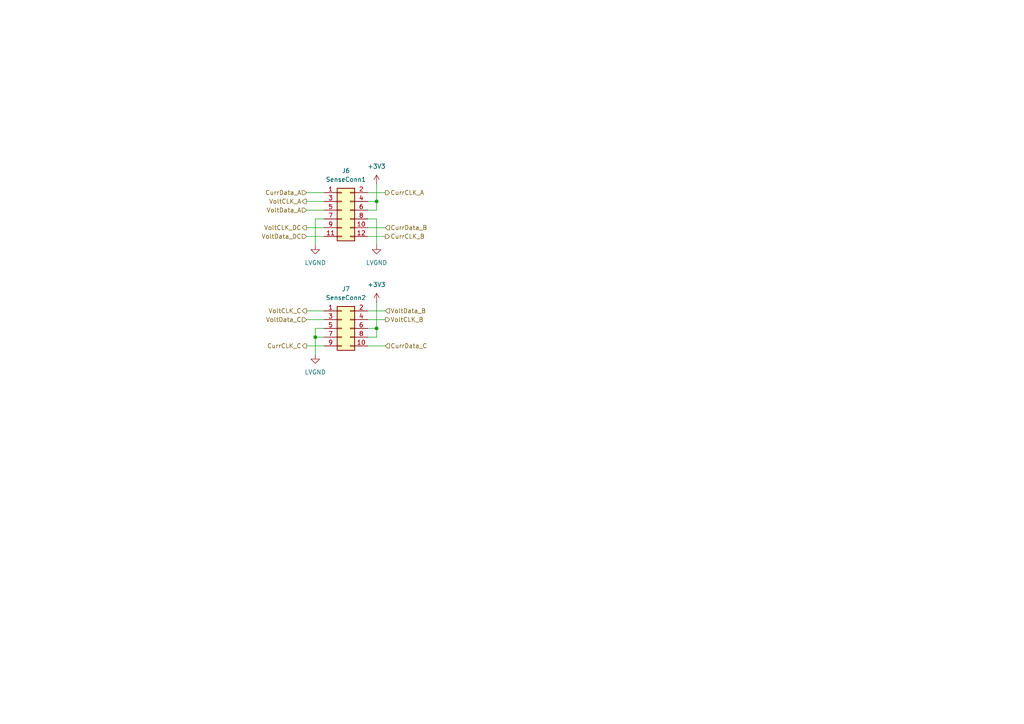
<source format=kicad_sch>
(kicad_sch (version 20250114) (generator "eeschema") (generator_version "9.0")
  (paper "A4")
  (lib_symbols
    (symbol "Connector_Generic:Conn_02x05_Odd_Even" (pin_names (offset 1.016) (hide yes))
      (property "Reference" "J" (at 1.27 7.62 0))
      (property "Value" "Conn_02x05_Odd_Even" (at 1.27 -7.62 0))
      (symbol "Conn_02x05_Odd_Even_1_1"
        (rectangle (start -1.27 6.35) (end 3.81 -6.35) (stroke (width 0.254)) (fill (type background)))
        (rectangle (start -1.27 5.207) (end 0 4.953) (stroke (width 0.1524)))
        (rectangle (start -1.27 2.667) (end 0 2.413) (stroke (width 0.1524)))
        (rectangle (start -1.27 0.127) (end 0 -0.127) (stroke (width 0.1524)))
        (rectangle (start -1.27 -2.413) (end 0 -2.667) (stroke (width 0.1524)))
        (rectangle (start -1.27 -4.953) (end 0 -5.207) (stroke (width 0.1524)))
        (rectangle (start 3.81 5.207) (end 2.54 4.953) (stroke (width 0.1524)))
        (rectangle (start 3.81 2.667) (end 2.54 2.413) (stroke (width 0.1524)))
        (rectangle (start 3.81 0.127) (end 2.54 -0.127) (stroke (width 0.1524)))
        (rectangle (start 3.81 -2.413) (end 2.54 -2.667) (stroke (width 0.1524)))
        (rectangle (start 3.81 -4.953) (end 2.54 -5.207) (stroke (width 0.1524)))
        (pin passive line (at -5.08 5.08 0) (length 3.81) (name "Pin_1") (number "1"))
        (pin passive line (at -5.08 2.54 0) (length 3.81) (name "Pin_3") (number "3"))
        (pin passive line (at -5.08 0 0) (length 3.81) (name "Pin_5") (number "5"))
        (pin passive line (at -5.08 -2.54 0) (length 3.81) (name "Pin_7") (number "7"))
        (pin passive line (at -5.08 -5.08 0) (length 3.81) (name "Pin_9") (number "9"))
        (pin passive line (at 7.62 5.08 180) (length 3.81) (name "Pin_2") (number "2"))
        (pin passive line (at 7.62 2.54 180) (length 3.81) (name "Pin_4") (number "4"))
        (pin passive line (at 7.62 0 180) (length 3.81) (name "Pin_6") (number "6"))
        (pin passive line (at 7.62 -2.54 180) (length 3.81) (name "Pin_8") (number "8"))
        (pin passive line (at 7.62 -5.08 180) (length 3.81) (name "Pin_10") (number "10"))
      )
    )
    (symbol "Connector_Generic:Conn_02x06_Odd_Even" (pin_names (offset 1.016) (hide yes))
      (property "Reference" "J" (at 1.27 7.62 0))
      (property "Value" "Conn_02x06_Odd_Even" (at 1.27 -10.16 0))
      (symbol "Conn_02x06_Odd_Even_1_1"
        (rectangle (start -1.27 6.35) (end 3.81 -8.89) (stroke (width 0.254)) (fill (type background)))
        (rectangle (start -1.27 5.207) (end 0 4.953) (stroke (width 0.1524)))
        (rectangle (start -1.27 2.667) (end 0 2.413) (stroke (width 0.1524)))
        (rectangle (start -1.27 0.127) (end 0 -0.127) (stroke (width 0.1524)))
        (rectangle (start -1.27 -2.413) (end 0 -2.667) (stroke (width 0.1524)))
        (rectangle (start -1.27 -4.953) (end 0 -5.207) (stroke (width 0.1524)))
        (rectangle (start -1.27 -7.493) (end 0 -7.747) (stroke (width 0.1524)))
        (rectangle (start 3.81 5.207) (end 2.54 4.953) (stroke (width 0.1524)))
        (rectangle (start 3.81 2.667) (end 2.54 2.413) (stroke (width 0.1524)))
        (rectangle (start 3.81 0.127) (end 2.54 -0.127) (stroke (width 0.1524)))
        (rectangle (start 3.81 -2.413) (end 2.54 -2.667) (stroke (width 0.1524)))
        (rectangle (start 3.81 -4.953) (end 2.54 -5.207) (stroke (width 0.1524)))
        (rectangle (start 3.81 -7.493) (end 2.54 -7.747) (stroke (width 0.1524)))
        (pin passive line (at -5.08 5.08 0) (length 3.81) (name "Pin_1") (number "1"))
        (pin passive line (at -5.08 2.54 0) (length 3.81) (name "Pin_3") (number "3"))
        (pin passive line (at -5.08 0 0) (length 3.81) (name "Pin_5") (number "5"))
        (pin passive line (at -5.08 -2.54 0) (length 3.81) (name "Pin_7") (number "7"))
        (pin passive line (at -5.08 -5.08 0) (length 3.81) (name "Pin_9") (number "9"))
        (pin passive line (at -5.08 -7.62 0) (length 3.81) (name "Pin_11") (number "11"))
        (pin passive line (at 7.62 5.08 180) (length 3.81) (name "Pin_2") (number "2"))
        (pin passive line (at 7.62 2.54 180) (length 3.81) (name "Pin_4") (number "4"))
        (pin passive line (at 7.62 0 180) (length 3.81) (name "Pin_6") (number "6"))
        (pin passive line (at 7.62 -2.54 180) (length 3.81) (name "Pin_8") (number "8"))
        (pin passive line (at 7.62 -5.08 180) (length 3.81) (name "Pin_10") (number "10"))
        (pin passive line (at 7.62 -7.62 180) (length 3.81) (name "Pin_12") (number "12"))
      )
    )
    (symbol "power:+3V3" (power) (pin_numbers (hide yes)) (pin_names (offset 0) (hide yes))
      (property "Value" "+3V3" (at 0 3.556 0))
      (symbol "+3V3_0_1"
        (polyline (pts (xy -0.762 1.27) (xy 0 2.54)))
        (polyline (pts (xy 0 2.54) (xy 0.762 1.27)))
        (polyline (pts (xy 0 0) (xy 0 2.54)))
      )
      (symbol "+3V3_1_1"
        (pin power_in line (at 0 0 90) (length 0) (name "~") (number "1"))
      )
    )
    (symbol "power:GND" (power) (pin_numbers (hide yes)) (pin_names (offset 0) (hide yes))
      (property "Value" "GND" (at 0 -3.81 0))
      (symbol "GND_0_1"
        (polyline (pts (xy 0 0) (xy 0 -1.27) (xy 1.27 -1.27) (xy 0 -2.54) (xy -1.27 -1.27) (xy 0 -1.27)))
      )
      (symbol "GND_1_1"
        (pin power_in line (at 0 0 270) (length 0) (name "~") (number "1"))
      )
    )
  )
  (junction (at 109.22 58.42))
  (junction (at 109.22 95.25))
  (junction (at 91.44 97.79))
  (wire (pts (xy 93.98 60.96) (xy 88.9 60.96)))
  (wire (pts (xy 91.44 97.79) (xy 91.44 102.87)))
  (wire (pts (xy 106.68 100.33) (xy 111.76 100.33)))
  (wire (pts (xy 106.68 97.79) (xy 109.22 97.79)))
  (wire (pts (xy 93.98 58.42) (xy 88.9 58.42)))
  (wire (pts (xy 109.22 58.42) (xy 109.22 53.34)))
  (wire (pts (xy 111.76 66.04) (xy 106.68 66.04)))
  (wire (pts (xy 111.76 68.58) (xy 106.68 68.58)))
  (wire (pts (xy 91.44 63.5) (xy 91.44 71.12)))
  (wire (pts (xy 91.44 95.25) (xy 91.44 97.79)))
  (wire (pts (xy 106.68 95.25) (xy 109.22 95.25)))
  (wire (pts (xy 93.98 100.33) (xy 88.9 100.33)))
  (wire (pts (xy 91.44 95.25) (xy 93.98 95.25)))
  (wire (pts (xy 109.22 58.42) (xy 109.22 60.96)))
  (wire (pts (xy 106.68 58.42) (xy 109.22 58.42)))
  (wire (pts (xy 88.9 66.04) (xy 93.98 66.04)))
  (wire (pts (xy 106.68 60.96) (xy 109.22 60.96)))
  (wire (pts (xy 106.68 90.17) (xy 111.76 90.17)))
  (wire (pts (xy 109.22 95.25) (xy 109.22 87.63)))
  (wire (pts (xy 88.9 68.58) (xy 93.98 68.58)))
  (wire (pts (xy 106.68 55.88) (xy 111.76 55.88)))
  (wire (pts (xy 93.98 92.71) (xy 88.9 92.71)))
  (wire (pts (xy 93.98 97.79) (xy 91.44 97.79)))
  (wire (pts (xy 109.22 63.5) (xy 109.22 71.12)))
  (wire (pts (xy 93.98 55.88) (xy 88.9 55.88)))
  (wire (pts (xy 93.98 90.17) (xy 88.9 90.17)))
  (wire (pts (xy 106.68 63.5) (xy 109.22 63.5)))
  (wire (pts (xy 106.68 92.71) (xy 111.76 92.71)))
  (wire (pts (xy 93.98 63.5) (xy 91.44 63.5)))
  (wire (pts (xy 109.22 97.79) (xy 109.22 95.25)))
  (hierarchical_label "VoltData_DC" (shape input) (at 88.9 68.58 180))
  (hierarchical_label "VoltData_B" (shape input) (at 111.76 90.17 0))
  (hierarchical_label "VoltCLK_DC" (shape output) (at 88.9 66.04 180))
  (hierarchical_label "CurrCLK_B" (shape output) (at 111.76 68.58 0))
  (hierarchical_label "CurrCLK_C" (shape output) (at 88.9 100.33 180))
  (hierarchical_label "VoltCLK_A" (shape output) (at 88.9 58.42 180))
  (hierarchical_label "CurrData_B" (shape input) (at 111.76 66.04 0))
  (hierarchical_label "VoltCLK_C" (shape output) (at 88.9 90.17 180))
  (hierarchical_label "CurrCLK_A" (shape output) (at 111.76 55.88 0))
  (hierarchical_label "VoltData_A" (shape input) (at 88.9 60.96 180))
  (hierarchical_label "VoltData_C" (shape input) (at 88.9 92.71 180))
  (hierarchical_label "CurrData_C" (shape input) (at 111.76 100.33 0))
  (hierarchical_label "VoltCLK_B" (shape output) (at 111.76 92.71 0))
  (hierarchical_label "CurrData_A" (shape input) (at 88.9 55.88 180))
  (symbol (lib_id "power:GND") (at 109.22 71.12 0) (mirror y) (unit 1)
    (property "Reference" "#PWR0231" (effects (hide yes)))
    (property "Value" "LVGND" (at 109.22 76.2 0))
    (property "Description" "Power symbol creates a global label with name \"GND\" , ground" (effects (hide yes)))
  )
  (symbol (lib_id "power:GND") (at 91.44 71.12 0) (unit 1)
    (property "Reference" "#PWR0230" (effects (hide yes)))
    (property "Value" "LVGND" (at 91.44 76.2 0))
    (property "Description" "Power symbol creates a global label with name \"GND\" , ground" (effects (hide yes)))
  )
  (symbol (lib_id "Connector_Generic:Conn_02x05_Odd_Even") (at 99.06 95.25 0) (unit 1)
    (property "Reference" "J7" (at 100.33 83.82 0))
    (property "Value" "SenseConn2" (at 100.33 86.36 0))
    (property "Footprint" "Connector_PinHeader_2.54mm:PinHeader_2x05_P2.54mm_Vertical" (effects (hide yes)))
    (property "Description" "Generic connector, double row, 02x05, odd/even pin numbering scheme (row 1 odd numbers, row 2 even numbers), script generated (kicad-library-utils/schlib/autogen/connector/)" (effects (hide yes)))
  )
  (symbol (lib_id "power:+3V3") (at 109.22 53.34 0) (mirror y) (unit 1)
    (property "Reference" "#PWR0229" (effects (hide yes)))
    (property "Value" "+3V3" (at 109.22 48.26 0))
    (property "Description" "Power symbol creates a global label with name \"+3V3\"" (effects (hide yes)))
  )
  (symbol (lib_id "power:+3V3") (at 109.22 87.63 0) (mirror y) (unit 1)
    (property "Reference" "#PWR0232" (effects (hide yes)))
    (property "Value" "+3V3" (at 109.22 82.55 0))
    (property "Description" "Power symbol creates a global label with name \"+3V3\"" (effects (hide yes)))
  )
  (symbol (lib_id "power:GND") (at 91.44 102.87 0) (unit 1)
    (property "Reference" "#PWR0233" (effects (hide yes)))
    (property "Value" "LVGND" (at 91.44 107.95 0))
    (property "Description" "Power symbol creates a global label with name \"GND\" , ground" (effects (hide yes)))
  )
  (symbol (lib_id "Connector_Generic:Conn_02x06_Odd_Even") (at 99.06 60.96 0) (unit 1)
    (property "Reference" "J6" (at 100.33 49.53 0))
    (property "Value" "SenseConn1" (at 100.33 52.07 0))
    (property "Footprint" "Connector_PinHeader_2.54mm:PinHeader_2x06_P2.54mm_Vertical" (effects (hide yes)))
    (property "Description" "Generic connector, double row, 02x06, odd/even pin numbering scheme (row 1 odd numbers, row 2 even numbers), script generated (kicad-library-utils/schlib/autogen/connector/)" (effects (hide yes)))
  )
)
</source>
